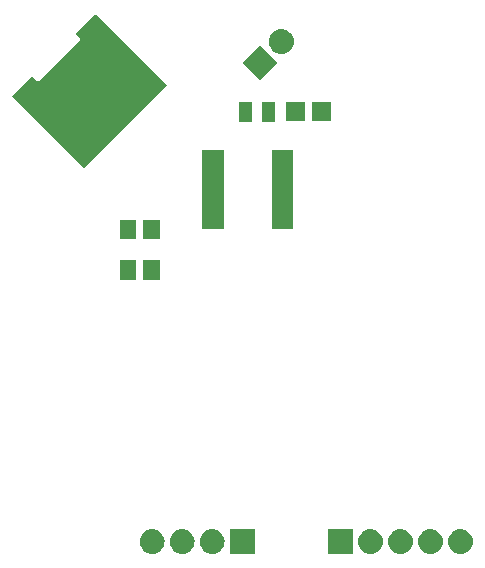
<source format=gbr>
G04 #@! TF.GenerationSoftware,KiCad,Pcbnew,5.0.1*
G04 #@! TF.CreationDate,2019-03-08T16:44:03-06:00*
G04 #@! TF.ProjectId,Card,436172642E6B696361645F7063620000,rev?*
G04 #@! TF.SameCoordinates,Original*
G04 #@! TF.FileFunction,Soldermask,Top*
G04 #@! TF.FilePolarity,Negative*
%FSLAX46Y46*%
G04 Gerber Fmt 4.6, Leading zero omitted, Abs format (unit mm)*
G04 Created by KiCad (PCBNEW 5.0.1) date Fri 08 Mar 2019 04:44:03 PM CST*
%MOMM*%
%LPD*%
G01*
G04 APERTURE LIST*
%ADD10C,0.100000*%
G04 APERTURE END LIST*
D10*
G36*
X132088707Y-154757597D02*
X132165836Y-154765193D01*
X132297787Y-154805220D01*
X132363763Y-154825233D01*
X132546172Y-154922733D01*
X132706054Y-155053946D01*
X132837267Y-155213828D01*
X132934767Y-155396237D01*
X132934767Y-155396238D01*
X132994807Y-155594164D01*
X133015080Y-155800000D01*
X132994807Y-156005836D01*
X132954780Y-156137787D01*
X132934767Y-156203763D01*
X132837267Y-156386172D01*
X132706054Y-156546054D01*
X132546172Y-156677267D01*
X132363763Y-156774767D01*
X132297787Y-156794780D01*
X132165836Y-156834807D01*
X132088707Y-156842403D01*
X132011580Y-156850000D01*
X131908420Y-156850000D01*
X131831293Y-156842403D01*
X131754164Y-156834807D01*
X131622213Y-156794780D01*
X131556237Y-156774767D01*
X131373828Y-156677267D01*
X131213946Y-156546054D01*
X131082733Y-156386172D01*
X130985233Y-156203763D01*
X130965220Y-156137787D01*
X130925193Y-156005836D01*
X130904920Y-155800000D01*
X130925193Y-155594164D01*
X130985233Y-155396238D01*
X130985233Y-155396237D01*
X131082733Y-155213828D01*
X131213946Y-155053946D01*
X131373828Y-154922733D01*
X131556237Y-154825233D01*
X131622213Y-154805220D01*
X131754164Y-154765193D01*
X131831293Y-154757597D01*
X131908420Y-154750000D01*
X132011580Y-154750000D01*
X132088707Y-154757597D01*
X132088707Y-154757597D01*
G37*
G36*
X127008707Y-154757597D02*
X127085836Y-154765193D01*
X127217787Y-154805220D01*
X127283763Y-154825233D01*
X127466172Y-154922733D01*
X127626054Y-155053946D01*
X127757267Y-155213828D01*
X127854767Y-155396237D01*
X127854767Y-155396238D01*
X127914807Y-155594164D01*
X127935080Y-155800000D01*
X127914807Y-156005836D01*
X127874780Y-156137787D01*
X127854767Y-156203763D01*
X127757267Y-156386172D01*
X127626054Y-156546054D01*
X127466172Y-156677267D01*
X127283763Y-156774767D01*
X127217787Y-156794780D01*
X127085836Y-156834807D01*
X127008707Y-156842403D01*
X126931580Y-156850000D01*
X126828420Y-156850000D01*
X126751293Y-156842403D01*
X126674164Y-156834807D01*
X126542213Y-156794780D01*
X126476237Y-156774767D01*
X126293828Y-156677267D01*
X126133946Y-156546054D01*
X126002733Y-156386172D01*
X125905233Y-156203763D01*
X125885220Y-156137787D01*
X125845193Y-156005836D01*
X125824920Y-155800000D01*
X125845193Y-155594164D01*
X125905233Y-155396238D01*
X125905233Y-155396237D01*
X126002733Y-155213828D01*
X126133946Y-155053946D01*
X126293828Y-154922733D01*
X126476237Y-154825233D01*
X126542213Y-154805220D01*
X126674164Y-154765193D01*
X126751293Y-154757597D01*
X126828420Y-154750000D01*
X126931580Y-154750000D01*
X127008707Y-154757597D01*
X127008707Y-154757597D01*
G37*
G36*
X124468707Y-154757597D02*
X124545836Y-154765193D01*
X124677787Y-154805220D01*
X124743763Y-154825233D01*
X124926172Y-154922733D01*
X125086054Y-155053946D01*
X125217267Y-155213828D01*
X125314767Y-155396237D01*
X125314767Y-155396238D01*
X125374807Y-155594164D01*
X125395080Y-155800000D01*
X125374807Y-156005836D01*
X125334780Y-156137787D01*
X125314767Y-156203763D01*
X125217267Y-156386172D01*
X125086054Y-156546054D01*
X124926172Y-156677267D01*
X124743763Y-156774767D01*
X124677787Y-156794780D01*
X124545836Y-156834807D01*
X124468707Y-156842403D01*
X124391580Y-156850000D01*
X124288420Y-156850000D01*
X124211293Y-156842403D01*
X124134164Y-156834807D01*
X124002213Y-156794780D01*
X123936237Y-156774767D01*
X123753828Y-156677267D01*
X123593946Y-156546054D01*
X123462733Y-156386172D01*
X123365233Y-156203763D01*
X123345220Y-156137787D01*
X123305193Y-156005836D01*
X123284920Y-155800000D01*
X123305193Y-155594164D01*
X123365233Y-155396238D01*
X123365233Y-155396237D01*
X123462733Y-155213828D01*
X123593946Y-155053946D01*
X123753828Y-154922733D01*
X123936237Y-154825233D01*
X124002213Y-154805220D01*
X124134164Y-154765193D01*
X124211293Y-154757597D01*
X124288420Y-154750000D01*
X124391580Y-154750000D01*
X124468707Y-154757597D01*
X124468707Y-154757597D01*
G37*
G36*
X122850000Y-156850000D02*
X120750000Y-156850000D01*
X120750000Y-154750000D01*
X122850000Y-154750000D01*
X122850000Y-156850000D01*
X122850000Y-156850000D01*
G37*
G36*
X105988707Y-154757597D02*
X106065836Y-154765193D01*
X106197787Y-154805220D01*
X106263763Y-154825233D01*
X106446172Y-154922733D01*
X106606054Y-155053946D01*
X106737267Y-155213828D01*
X106834767Y-155396237D01*
X106834767Y-155396238D01*
X106894807Y-155594164D01*
X106915080Y-155800000D01*
X106894807Y-156005836D01*
X106854780Y-156137787D01*
X106834767Y-156203763D01*
X106737267Y-156386172D01*
X106606054Y-156546054D01*
X106446172Y-156677267D01*
X106263763Y-156774767D01*
X106197787Y-156794780D01*
X106065836Y-156834807D01*
X105988707Y-156842403D01*
X105911580Y-156850000D01*
X105808420Y-156850000D01*
X105731293Y-156842403D01*
X105654164Y-156834807D01*
X105522213Y-156794780D01*
X105456237Y-156774767D01*
X105273828Y-156677267D01*
X105113946Y-156546054D01*
X104982733Y-156386172D01*
X104885233Y-156203763D01*
X104865220Y-156137787D01*
X104825193Y-156005836D01*
X104804920Y-155800000D01*
X104825193Y-155594164D01*
X104885233Y-155396238D01*
X104885233Y-155396237D01*
X104982733Y-155213828D01*
X105113946Y-155053946D01*
X105273828Y-154922733D01*
X105456237Y-154825233D01*
X105522213Y-154805220D01*
X105654164Y-154765193D01*
X105731293Y-154757597D01*
X105808420Y-154750000D01*
X105911580Y-154750000D01*
X105988707Y-154757597D01*
X105988707Y-154757597D01*
G37*
G36*
X108528707Y-154757597D02*
X108605836Y-154765193D01*
X108737787Y-154805220D01*
X108803763Y-154825233D01*
X108986172Y-154922733D01*
X109146054Y-155053946D01*
X109277267Y-155213828D01*
X109374767Y-155396237D01*
X109374767Y-155396238D01*
X109434807Y-155594164D01*
X109455080Y-155800000D01*
X109434807Y-156005836D01*
X109394780Y-156137787D01*
X109374767Y-156203763D01*
X109277267Y-156386172D01*
X109146054Y-156546054D01*
X108986172Y-156677267D01*
X108803763Y-156774767D01*
X108737787Y-156794780D01*
X108605836Y-156834807D01*
X108528707Y-156842403D01*
X108451580Y-156850000D01*
X108348420Y-156850000D01*
X108271293Y-156842403D01*
X108194164Y-156834807D01*
X108062213Y-156794780D01*
X107996237Y-156774767D01*
X107813828Y-156677267D01*
X107653946Y-156546054D01*
X107522733Y-156386172D01*
X107425233Y-156203763D01*
X107405220Y-156137787D01*
X107365193Y-156005836D01*
X107344920Y-155800000D01*
X107365193Y-155594164D01*
X107425233Y-155396238D01*
X107425233Y-155396237D01*
X107522733Y-155213828D01*
X107653946Y-155053946D01*
X107813828Y-154922733D01*
X107996237Y-154825233D01*
X108062213Y-154805220D01*
X108194164Y-154765193D01*
X108271293Y-154757597D01*
X108348420Y-154750000D01*
X108451580Y-154750000D01*
X108528707Y-154757597D01*
X108528707Y-154757597D01*
G37*
G36*
X111068707Y-154757597D02*
X111145836Y-154765193D01*
X111277787Y-154805220D01*
X111343763Y-154825233D01*
X111526172Y-154922733D01*
X111686054Y-155053946D01*
X111817267Y-155213828D01*
X111914767Y-155396237D01*
X111914767Y-155396238D01*
X111974807Y-155594164D01*
X111995080Y-155800000D01*
X111974807Y-156005836D01*
X111934780Y-156137787D01*
X111914767Y-156203763D01*
X111817267Y-156386172D01*
X111686054Y-156546054D01*
X111526172Y-156677267D01*
X111343763Y-156774767D01*
X111277787Y-156794780D01*
X111145836Y-156834807D01*
X111068707Y-156842403D01*
X110991580Y-156850000D01*
X110888420Y-156850000D01*
X110811293Y-156842403D01*
X110734164Y-156834807D01*
X110602213Y-156794780D01*
X110536237Y-156774767D01*
X110353828Y-156677267D01*
X110193946Y-156546054D01*
X110062733Y-156386172D01*
X109965233Y-156203763D01*
X109945220Y-156137787D01*
X109905193Y-156005836D01*
X109884920Y-155800000D01*
X109905193Y-155594164D01*
X109965233Y-155396238D01*
X109965233Y-155396237D01*
X110062733Y-155213828D01*
X110193946Y-155053946D01*
X110353828Y-154922733D01*
X110536237Y-154825233D01*
X110602213Y-154805220D01*
X110734164Y-154765193D01*
X110811293Y-154757597D01*
X110888420Y-154750000D01*
X110991580Y-154750000D01*
X111068707Y-154757597D01*
X111068707Y-154757597D01*
G37*
G36*
X114530000Y-156850000D02*
X112430000Y-156850000D01*
X112430000Y-154750000D01*
X114530000Y-154750000D01*
X114530000Y-156850000D01*
X114530000Y-156850000D01*
G37*
G36*
X129548707Y-154757597D02*
X129625836Y-154765193D01*
X129757787Y-154805220D01*
X129823763Y-154825233D01*
X130006172Y-154922733D01*
X130166054Y-155053946D01*
X130297267Y-155213828D01*
X130394767Y-155396237D01*
X130394767Y-155396238D01*
X130454807Y-155594164D01*
X130475080Y-155800000D01*
X130454807Y-156005836D01*
X130414780Y-156137787D01*
X130394767Y-156203763D01*
X130297267Y-156386172D01*
X130166054Y-156546054D01*
X130006172Y-156677267D01*
X129823763Y-156774767D01*
X129757787Y-156794780D01*
X129625836Y-156834807D01*
X129548707Y-156842403D01*
X129471580Y-156850000D01*
X129368420Y-156850000D01*
X129291293Y-156842403D01*
X129214164Y-156834807D01*
X129082213Y-156794780D01*
X129016237Y-156774767D01*
X128833828Y-156677267D01*
X128673946Y-156546054D01*
X128542733Y-156386172D01*
X128445233Y-156203763D01*
X128425220Y-156137787D01*
X128385193Y-156005836D01*
X128364920Y-155800000D01*
X128385193Y-155594164D01*
X128445233Y-155396238D01*
X128445233Y-155396237D01*
X128542733Y-155213828D01*
X128673946Y-155053946D01*
X128833828Y-154922733D01*
X129016237Y-154825233D01*
X129082213Y-154805220D01*
X129214164Y-154765193D01*
X129291293Y-154757597D01*
X129368420Y-154750000D01*
X129471580Y-154750000D01*
X129548707Y-154757597D01*
X129548707Y-154757597D01*
G37*
G36*
X104500000Y-133625000D02*
X103100000Y-133625000D01*
X103100000Y-131975000D01*
X104500000Y-131975000D01*
X104500000Y-133625000D01*
X104500000Y-133625000D01*
G37*
G36*
X106500000Y-133625000D02*
X105100000Y-133625000D01*
X105100000Y-131975000D01*
X106500000Y-131975000D01*
X106500000Y-133625000D01*
X106500000Y-133625000D01*
G37*
G36*
X106500000Y-130225000D02*
X105100000Y-130225000D01*
X105100000Y-128575000D01*
X106500000Y-128575000D01*
X106500000Y-130225000D01*
X106500000Y-130225000D01*
G37*
G36*
X104500000Y-130225000D02*
X103100000Y-130225000D01*
X103100000Y-128575000D01*
X104500000Y-128575000D01*
X104500000Y-130225000D01*
X104500000Y-130225000D01*
G37*
G36*
X111925000Y-129325000D02*
X110075000Y-129325000D01*
X110075000Y-122625000D01*
X111925000Y-122625000D01*
X111925000Y-129325000D01*
X111925000Y-129325000D01*
G37*
G36*
X117825000Y-129325000D02*
X115975000Y-129325000D01*
X115975000Y-122625000D01*
X117825000Y-122625000D01*
X117825000Y-129325000D01*
X117825000Y-129325000D01*
G37*
G36*
X107089088Y-117192031D02*
X100088730Y-124192389D01*
X94007611Y-118111270D01*
X95704668Y-116414213D01*
X96111254Y-116820799D01*
X96130196Y-116836345D01*
X96151807Y-116847896D01*
X96175256Y-116855009D01*
X96199642Y-116857411D01*
X96224028Y-116855009D01*
X96247477Y-116847896D01*
X96269088Y-116836345D01*
X96288030Y-116820799D01*
X99717498Y-113391331D01*
X99733044Y-113372389D01*
X99744595Y-113350778D01*
X99751708Y-113327329D01*
X99754110Y-113302943D01*
X99751708Y-113278557D01*
X99744595Y-113255108D01*
X99733044Y-113233497D01*
X99717498Y-113214555D01*
X99310912Y-112807969D01*
X101007969Y-111110912D01*
X107089088Y-117192031D01*
X107089088Y-117192031D01*
G37*
G36*
X116250000Y-120250000D02*
X115150000Y-120250000D01*
X115150000Y-118550000D01*
X116250000Y-118550000D01*
X116250000Y-120250000D01*
X116250000Y-120250000D01*
G37*
G36*
X114350000Y-120250000D02*
X113250000Y-120250000D01*
X113250000Y-118550000D01*
X114350000Y-118550000D01*
X114350000Y-120250000D01*
X114350000Y-120250000D01*
G37*
G36*
X121000000Y-120200000D02*
X119400000Y-120200000D01*
X119400000Y-118600000D01*
X121000000Y-118600000D01*
X121000000Y-120200000D01*
X121000000Y-120200000D01*
G37*
G36*
X118800000Y-120200000D02*
X117200000Y-120200000D01*
X117200000Y-118600000D01*
X118800000Y-118600000D01*
X118800000Y-120200000D01*
X118800000Y-120200000D01*
G37*
G36*
X116484925Y-115250000D02*
X115000000Y-116734925D01*
X113515075Y-115250000D01*
X115000000Y-113765075D01*
X116484925Y-115250000D01*
X116484925Y-115250000D01*
G37*
G36*
X116924758Y-112411546D02*
X117001887Y-112419142D01*
X117133838Y-112459169D01*
X117199814Y-112479182D01*
X117382223Y-112576682D01*
X117542105Y-112707895D01*
X117673318Y-112867777D01*
X117770818Y-113050186D01*
X117770818Y-113050187D01*
X117830858Y-113248113D01*
X117851131Y-113453949D01*
X117830858Y-113659785D01*
X117798919Y-113765075D01*
X117770818Y-113857712D01*
X117673318Y-114040121D01*
X117542105Y-114200003D01*
X117382223Y-114331216D01*
X117199814Y-114428716D01*
X117133838Y-114448729D01*
X117001887Y-114488756D01*
X116924758Y-114496353D01*
X116847631Y-114503949D01*
X116744471Y-114503949D01*
X116667344Y-114496353D01*
X116590215Y-114488756D01*
X116458264Y-114448729D01*
X116392288Y-114428716D01*
X116209879Y-114331216D01*
X116049997Y-114200003D01*
X115918784Y-114040121D01*
X115821284Y-113857712D01*
X115793183Y-113765075D01*
X115761244Y-113659785D01*
X115740971Y-113453949D01*
X115761244Y-113248113D01*
X115821284Y-113050187D01*
X115821284Y-113050186D01*
X115918784Y-112867777D01*
X116049997Y-112707895D01*
X116209879Y-112576682D01*
X116392288Y-112479182D01*
X116458264Y-112459169D01*
X116590215Y-112419142D01*
X116667344Y-112411546D01*
X116744471Y-112403949D01*
X116847631Y-112403949D01*
X116924758Y-112411546D01*
X116924758Y-112411546D01*
G37*
M02*

</source>
